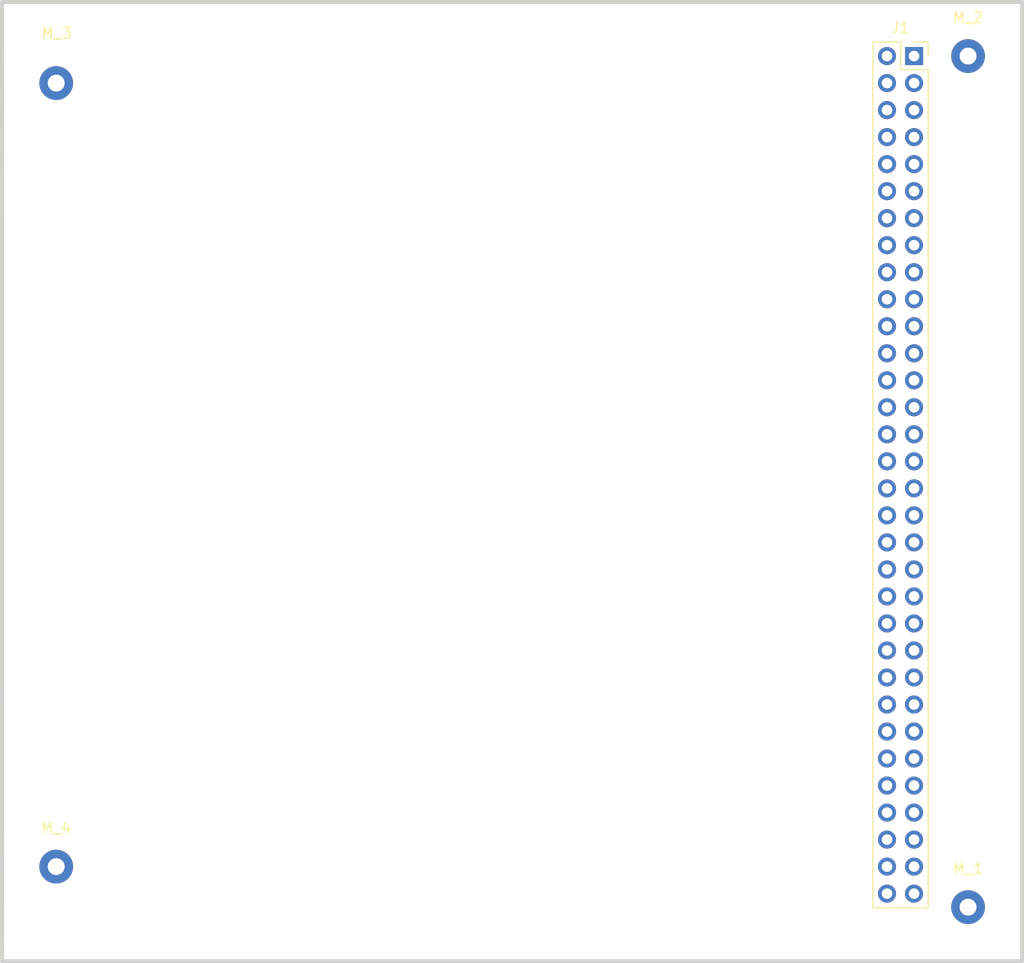
<source format=kicad_pcb>
(kicad_pcb (version 20240108) (generator "pcbnew") (generator_version "8.0")
  (layers (0 "F.Cu" signal) (31 "B.Cu" signal) (34 "B.Paste" user) (35 "F.Paste" user) (36 "B.SilkS" user "B.Silkscreen") (37 "F.SilkS" user "F.Silkscreen") (38 "B.Mask" user) (39 "F.Mask" user) (44 "Edge.Cuts" user))
  (net 0 "")
  (net 1 "GND")
  (net 2 "/CLK")
  (net 59 "5V")
  (net 60 "/halt")
  (footprint "MountingHole:MountingHole_2.5mm_Pad" (layer "F.Cu") (at 86.995 118.11)
    (property "Reference" "M_4" (at 0 -3.62325 0) (layer "F.SilkS"))
    (property "Value" "MountingHole_2.5mm_Pad" (hide yes))
    (pad "1" thru_hole circle (at 0 0) (size 3.175 3.175) (drill 1.5875) (layers "*.Cu" "*.Mask") (net 1 "GND"))
  )
  (footprint "MountingHole:MountingHole_2.5mm_Pad" (layer "F.Cu") (at 86.995 44.45)
    (property "Reference" "M_3" (at 0.055 -4.7 0) (layer "F.SilkS"))
    (property "Value" "MountingHole_2.5mm_Pad" (hide yes))
    (pad "1" thru_hole circle (at 0 0) (size 3.175 3.175) (drill 1.5875) (layers "*.Cu" "*.Mask") (net 1 "GND"))
  )
  (footprint "Connector_PinSocket_2.54mm:PinSocket_2x32_P2.54mm_Vertical" (layer "F.Cu") (at 167.64 41.91)
    (property "Reference" "J1" (at -1.29 -2.67325 0) (layer "F.SilkS"))
    (property "Value" "PC104")
    (fp_line (start -3.87 -1.33) (end -3.87 80.07) (stroke (width 0.12)) (layer "F.SilkS"))
    (fp_line (start -3.87 -1.33) (end -1.27 -1.33) (stroke (width 0.12)) (layer "F.SilkS"))
    (fp_line (start -3.87 80.07) (end 1.33 80.07) (stroke (width 0.12)) (layer "F.SilkS"))
    (fp_line (start -1.27 -1.33) (end -1.27 1.27) (stroke (width 0.12)) (layer "F.SilkS"))
    (fp_line (start -1.27 1.27) (end 1.33 1.27) (stroke (width 0.12)) (layer "F.SilkS"))
    (fp_line (start 0 -1.33) (end 1.33 -1.33) (stroke (width 0.12)) (layer "F.SilkS"))
    (fp_line (start 1.33 -1.33) (end 1.33 0) (stroke (width 0.12)) (layer "F.SilkS"))
    (fp_line (start 1.33 1.27) (end 1.33 80.07) (stroke (width 0.12)) (layer "F.SilkS"))
    (pad "1" thru_hole rect (at 0 0) (size 1.7 1.7) (drill 1) (layers "*.Cu" "*.Mask"))
    (pad "2" thru_hole oval (at -2.54 0) (size 1.7 1.7) (drill 1) (layers "*.Cu" "*.Mask"))
    (pad "3" thru_hole oval (at 0 2.54) (size 1.7 1.7) (drill 1) (layers "*.Cu" "*.Mask"))
    (pad "4" thru_hole oval (at -2.54 2.54) (size 1.7 1.7) (drill 1) (layers "*.Cu" "*.Mask"))
    (pad "5" thru_hole oval (at 0 5.08) (size 1.7 1.7) (drill 1) (layers "*.Cu" "*.Mask"))
    (pad "6" thru_hole oval (at -2.54 5.08) (size 1.7 1.7) (drill 1) (layers "*.Cu" "*.Mask"))
    (pad "7" thru_hole oval (at 0 7.62) (size 1.7 1.7) (drill 1) (layers "*.Cu" "*.Mask"))
    (pad "8" thru_hole oval (at -2.54 7.62) (size 1.7 1.7) (drill 1) (layers "*.Cu" "*.Mask"))
    (pad "9" thru_hole oval (at 0 10.16) (size 1.7 1.7) (drill 1) (layers "*.Cu" "*.Mask"))
    (pad "10" thru_hole oval (at -2.54 10.16) (size 1.7 1.7) (drill 1) (layers "*.Cu" "*.Mask"))
    (pad "11" thru_hole oval (at 0 12.7) (size 1.7 1.7) (drill 1) (layers "*.Cu" "*.Mask"))
    (pad "12" thru_hole oval (at -2.54 12.7) (size 1.7 1.7) (drill 1) (layers "*.Cu" "*.Mask"))
    (pad "13" thru_hole oval (at 0 15.24) (size 1.7 1.7) (drill 1) (layers "*.Cu" "*.Mask"))
    (pad "14" thru_hole oval (at -2.54 15.24) (size 1.7 1.7) (drill 1) (layers "*.Cu" "*.Mask"))
    (pad "15" thru_hole oval (at 0 17.78) (size 1.7 1.7) (drill 1) (layers "*.Cu" "*.Mask"))
    (pad "16" thru_hole oval (at -2.54 17.78) (size 1.7 1.7) (drill 1) (layers "*.Cu" "*.Mask"))
    (pad "17" thru_hole oval (at 0 20.32) (size 1.7 1.7) (drill 1) (layers "*.Cu" "*.Mask"))
    (pad "18" thru_hole oval (at -2.54 20.32) (size 1.7 1.7) (drill 1) (layers "*.Cu" "*.Mask"))
    (pad "19" thru_hole oval (at 0 22.86) (size 1.7 1.7) (drill 1) (layers "*.Cu" "*.Mask"))
    (pad "20" thru_hole oval (at -2.54 22.86) (size 1.7 1.7) (drill 1) (layers "*.Cu" "*.Mask"))
    (pad "21" thru_hole oval (at 0 25.4) (size 1.7 1.7) (drill 1) (layers "*.Cu" "*.Mask"))
    (pad "22" thru_hole oval (at -2.54 25.4) (size 1.7 1.7) (drill 1) (layers "*.Cu" "*.Mask"))
    (pad "23" thru_hole oval (at 0 27.94) (size 1.7 1.7) (drill 1) (layers "*.Cu" "*.Mask"))
    (pad "24" thru_hole oval (at -2.54 27.94) (size 1.7 1.7) (drill 1) (layers "*.Cu" "*.Mask"))
    (pad "25" thru_hole oval (at 0 30.48) (size 1.7 1.7) (drill 1) (layers "*.Cu" "*.Mask"))
    (pad "26" thru_hole oval (at -2.54 30.48) (size 1.7 1.7) (drill 1) (layers "*.Cu" "*.Mask"))
    (pad "27" thru_hole oval (at 0 33.02) (size 1.7 1.7) (drill 1) (layers "*.Cu" "*.Mask"))
    (pad "28" thru_hole oval (at -2.54 33.02) (size 1.7 1.7) (drill 1) (layers "*.Cu" "*.Mask"))
    (pad "29" thru_hole oval (at 0 35.56) (size 1.7 1.7) (drill 1) (layers "*.Cu" "*.Mask"))
    (pad "30" thru_hole oval (at -2.54 35.56) (size 1.7 1.7) (drill 1) (layers "*.Cu" "*.Mask"))
    (pad "31" thru_hole oval (at 0 38.1) (size 1.7 1.7) (drill 1) (layers "*.Cu" "*.Mask"))
    (pad "32" thru_hole oval (at -2.54 38.1) (size 1.7 1.7) (drill 1) (layers "*.Cu" "*.Mask") (net 1 "GND"))
    (pad "33" thru_hole oval (at 0 40.64) (size 1.7 1.7) (drill 1) (layers "*.Cu" "*.Mask") (net 1 "GND"))
    (pad "34" thru_hole oval (at -2.54 40.64) (size 1.7 1.7) (drill 1) (layers "*.Cu" "*.Mask") (net 1 "GND"))
    (pad "35" thru_hole oval (at 0 43.18) (size 1.7 1.7) (drill 1) (layers "*.Cu" "*.Mask"))
    (pad "36" thru_hole oval (at -2.54 43.18) (size 1.7 1.7) (drill 1) (layers "*.Cu" "*.Mask") (net 59 "5V"))
    (pad "37" thru_hole oval (at 0 45.72) (size 1.7 1.7) (drill 1) (layers "*.Cu" "*.Mask"))
    (pad "38" thru_hole oval (at -2.54 45.72) (size 1.7 1.7) (drill 1) (layers "*.Cu" "*.Mask"))
    (pad "39" thru_hole oval (at 0 48.26) (size 1.7 1.7) (drill 1) (layers "*.Cu" "*.Mask"))
    (pad "40" thru_hole oval (at -2.54 48.26) (size 1.7 1.7) (drill 1) (layers "*.Cu" "*.Mask"))
    (pad "41" thru_hole oval (at 0 50.8) (size 1.7 1.7) (drill 1) (layers "*.Cu" "*.Mask"))
    (pad "42" thru_hole oval (at -2.54 50.8) (size 1.7 1.7) (drill 1) (layers "*.Cu" "*.Mask"))
    (pad "43" thru_hole oval (at 0 53.34) (size 1.7 1.7) (drill 1) (layers "*.Cu" "*.Mask"))
    (pad "44" thru_hole oval (at -2.54 53.34) (size 1.7 1.7) (drill 1) (layers "*.Cu" "*.Mask"))
    (pad "45" thru_hole oval (at 0 55.88) (size 1.7 1.7) (drill 1) (layers "*.Cu" "*.Mask") (net 2 "/CLK"))
    (pad "46" thru_hole oval (at -2.54 55.88) (size 1.7 1.7) (drill 1) (layers "*.Cu" "*.Mask"))
    (pad "47" thru_hole oval (at 0 58.42) (size 1.7 1.7) (drill 1) (layers "*.Cu" "*.Mask"))
    (pad "48" thru_hole oval (at -2.54 58.42) (size 1.7 1.7) (drill 1) (layers "*.Cu" "*.Mask"))
    (pad "49" thru_hole oval (at 0 60.96) (size 1.7 1.7) (drill 1) (layers "*.Cu" "*.Mask"))
    (pad "50" thru_hole oval (at -2.54 60.96) (size 1.7 1.7) (drill 1) (layers "*.Cu" "*.Mask"))
    (pad "51" thru_hole oval (at 0 63.5) (size 1.7 1.7) (drill 1) (layers "*.Cu" "*.Mask"))
    (pad "52" thru_hole oval (at -2.54 63.5) (size 1.7 1.7) (drill 1) (layers "*.Cu" "*.Mask"))
    (pad "53" thru_hole oval (at 0 66.04) (size 1.7 1.7) (drill 1) (layers "*.Cu" "*.Mask"))
    (pad "54" thru_hole oval (at -2.54 66.04) (size 1.7 1.7) (drill 1) (layers "*.Cu" "*.Mask"))
    (pad "55" thru_hole oval (at 0 68.58) (size 1.7 1.7) (drill 1) (layers "*.Cu" "*.Mask"))
    (pad "56" thru_hole oval (at -2.54 68.58) (size 1.7 1.7) (drill 1) (layers "*.Cu" "*.Mask"))
    (pad "57" thru_hole oval (at 0 71.12) (size 1.7 1.7) (drill 1) (layers "*.Cu" "*.Mask"))
    (pad "58" thru_hole oval (at -2.54 71.12) (size 1.7 1.7) (drill 1) (layers "*.Cu" "*.Mask"))
    (pad "59" thru_hole oval (at 0 73.66) (size 1.7 1.7) (drill 1) (layers "*.Cu" "*.Mask"))
    (pad "60" thru_hole oval (at -2.54 73.66) (size 1.7 1.7) (drill 1) (layers "*.Cu" "*.Mask"))
    (pad "61" thru_hole oval (at 0 76.2) (size 1.7 1.7) (drill 1) (layers "*.Cu" "*.Mask"))
    (pad "62" thru_hole oval (at -2.54 76.2) (size 1.7 1.7) (drill 1) (layers "*.Cu" "*.Mask") (net 59 "5V"))
    (pad "63" thru_hole oval (at 0 78.74) (size 1.7 1.7) (drill 1) (layers "*.Cu" "*.Mask") (net 60 "/halt"))
    (pad "64" thru_hole oval (at -2.54 78.74) (size 1.7 1.7) (drill 1) (layers "*.Cu" "*.Mask") (net 1 "GND"))
  )
  (footprint "MountingHole:MountingHole_2.5mm_Pad" (layer "F.Cu") (at 172.72 41.91)
    (property "Reference" "M_2" (at 0 -3.62325 0) (layer "F.SilkS"))
    (property "Value" "MountingHole_2.5mm_Pad" (hide yes))
    (pad "1" thru_hole circle (at 0 0) (size 3.175 3.175) (drill 1.5875) (layers "*.Cu" "*.Mask") (net 1 "GND"))
  )
  (footprint "MountingHole:MountingHole_2.5mm_Pad" (layer "F.Cu") (at 172.72 121.92)
    (property "Reference" "M_1" (at 0 -3.62325 0) (layer "F.SilkS"))
    (property "Value" "MountingHole_2.5mm_Pad" (hide yes))
    (pad "1" thru_hole circle (at 0 0) (size 3.175 3.175) (drill 1.5875) (layers "*.Cu" "*.Mask") (net 1 "GND"))
  )
  (gr_line (start 81.90159 36.83) (end 81.91 127) (stroke (width 0.381)) (layer "Edge.Cuts"))
  (gr_line (start 177.8 127) (end 81.91 127) (stroke (width 0.381)) (layer "Edge.Cuts"))
  (gr_line (start 177.8 36.83) (end 81.90159 36.83) (stroke (width 0.381)) (layer "Edge.Cuts"))
  (gr_line (start 177.8 127) (end 177.8 36.83) (stroke (width 0.381)) (layer "Edge.Cuts"))
)
</source>
